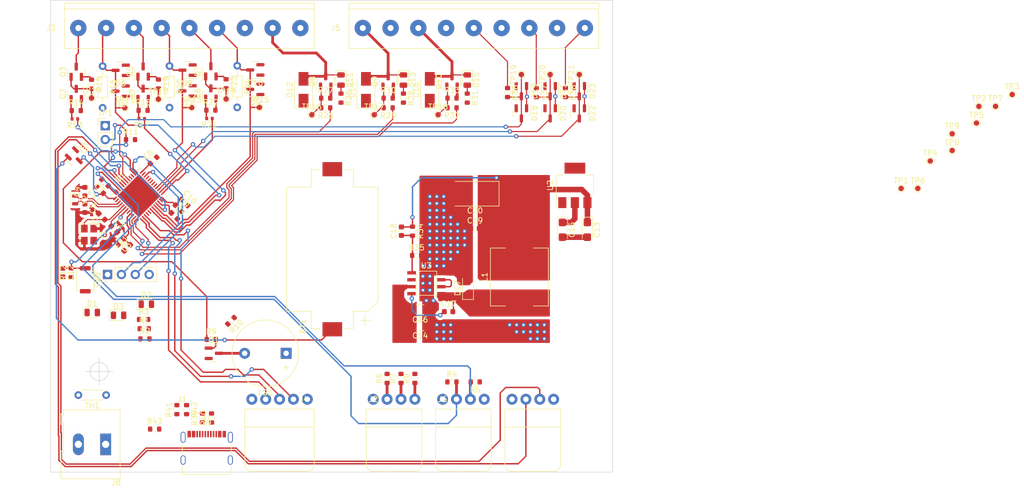
<source format=kicad_pcb>
(kicad_pcb (version 20211014) (generator pcbnew)

  (general
    (thickness 1.6)
  )

  (paper "A4")
  (title_block
    (title "FloatPUMP Basic Boards")
    (date "2022-11-22")
    (rev "1.0")
    (company "www.robtor.de")
  )

  (layers
    (0 "F.Cu" signal)
    (31 "B.Cu" signal)
    (32 "B.Adhes" user "B.Adhesive")
    (33 "F.Adhes" user "F.Adhesive")
    (34 "B.Paste" user)
    (35 "F.Paste" user)
    (36 "B.SilkS" user "B.Silkscreen")
    (37 "F.SilkS" user "F.Silkscreen")
    (38 "B.Mask" user)
    (39 "F.Mask" user)
    (40 "Dwgs.User" user "User.Drawings")
    (41 "Cmts.User" user "User.Comments")
    (42 "Eco1.User" user "User.Eco1")
    (43 "Eco2.User" user "User.Eco2")
    (44 "Edge.Cuts" user)
    (45 "Margin" user)
    (46 "B.CrtYd" user "B.Courtyard")
    (47 "F.CrtYd" user "F.Courtyard")
    (48 "B.Fab" user)
    (49 "F.Fab" user)
    (50 "User.1" user)
    (51 "User.2" user)
    (52 "User.3" user)
    (53 "User.4" user)
    (54 "User.5" user)
    (55 "User.6" user)
    (56 "User.7" user)
    (57 "User.8" user)
    (58 "User.9" user)
  )

  (setup
    (stackup
      (layer "F.SilkS" (type "Top Silk Screen"))
      (layer "F.Paste" (type "Top Solder Paste"))
      (layer "F.Mask" (type "Top Solder Mask") (thickness 0.01))
      (layer "F.Cu" (type "copper") (thickness 0.035))
      (layer "dielectric 1" (type "core") (thickness 1.51) (material "FR4") (epsilon_r 4.5) (loss_tangent 0.02))
      (layer "B.Cu" (type "copper") (thickness 0.035))
      (layer "B.Mask" (type "Bottom Solder Mask") (thickness 0.01))
      (layer "B.Paste" (type "Bottom Solder Paste"))
      (layer "B.SilkS" (type "Bottom Silk Screen"))
      (copper_finish "None")
      (dielectric_constraints no)
    )
    (pad_to_mask_clearance 0)
    (pcbplotparams
      (layerselection 0x00010fc_ffffffff)
      (disableapertmacros false)
      (usegerberextensions false)
      (usegerberattributes true)
      (usegerberadvancedattributes true)
      (creategerberjobfile true)
      (svguseinch false)
      (svgprecision 6)
      (excludeedgelayer true)
      (plotframeref false)
      (viasonmask false)
      (mode 1)
      (useauxorigin false)
      (hpglpennumber 1)
      (hpglpenspeed 20)
      (hpglpendiameter 15.000000)
      (dxfpolygonmode true)
      (dxfimperialunits true)
      (dxfusepcbnewfont true)
      (psnegative false)
      (psa4output false)
      (plotreference true)
      (plotvalue true)
      (plotinvisibletext false)
      (sketchpadsonfab false)
      (subtractmaskfromsilk false)
      (outputformat 1)
      (mirror false)
      (drillshape 1)
      (scaleselection 1)
      (outputdirectory "")
    )
  )

  (net 0 "")
  (net 1 "/cryst1+")
  (net 2 "GND")
  (net 3 "/cryst1-")
  (net 4 "Net-(C3-Pad1)")
  (net 5 "/cryst2+")
  (net 6 "/cryst2-")
  (net 7 "Net-(C6-Pad1)")
  (net 8 "+3V3")
  (net 9 "/VBAT")
  (net 10 "/NRST")
  (net 11 "Net-(D1-Pad1)")
  (net 12 "+3.3V")
  (net 13 "Net-(D2-Pad1)")
  (net 14 "Net-(D3-Pad1)")
  (net 15 "/VB")
  (net 16 "T11")
  (net 17 "T13")
  (net 18 "T15")
  (net 19 "T17")
  (net 20 "Net-(C17-Pad1)")
  (net 21 "+24V")
  (net 22 "T16")
  (net 23 "Net-(C17-Pad2)")
  (net 24 "T20")
  (net 25 "Net-(D11-Pad2)")
  (net 26 "/GPI0")
  (net 27 "/GPI1")
  (net 28 "/GPI2")
  (net 29 "/RRDT")
  (net 30 "/RRCLK")
  (net 31 "/RRSW")
  (net 32 "+5V")
  (net 33 "/I2C1_SDA")
  (net 34 "/I2C1_SCL")
  (net 35 "/USART1_TX")
  (net 36 "/USART1_RX")
  (net 37 "/SWDIO")
  (net 38 "/SWCLK")
  (net 39 "T22")
  (net 40 "Net-(J4-Pad2)")
  (net 41 "Net-(J4-Pad3)")
  (net 42 "Net-(J4-Pad4)")
  (net 43 "unconnected-(J9-PadA8)")
  (net 44 "unconnected-(J9-PadB8)")
  (net 45 "T10")
  (net 46 "T12")
  (net 47 "T14")
  (net 48 "/BOOT0")
  (net 49 "T24")
  (net 50 "T26")
  (net 51 "T28")
  (net 52 "T23")
  (net 53 "Net-(D13-Pad2)")
  (net 54 "Net-(LS1-Pad2)")
  (net 55 "Net-(Q2-Pad1)")
  (net 56 "Net-(Q2-Pad3)")
  (net 57 "Net-(D15-Pad2)")
  (net 58 "Net-(Q8-Pad1)")
  (net 59 "Net-(Q9-Pad1)")
  (net 60 "Net-(Q10-Pad1)")
  (net 61 "/LED0")
  (net 62 "/LED1")
  (net 63 "/LED2")
  (net 64 "/LED5")
  (net 65 "/LED4")
  (net 66 "/LED3")
  (net 67 "/BEEP")
  (net 68 "/MPWR0")
  (net 69 "/MPWR1")
  (net 70 "/MPWR2")
  (net 71 "/OCHAN0")
  (net 72 "/OCHAN1")
  (net 73 "/OCHAN2")
  (net 74 "/usb_conn/U_D-")
  (net 75 "/USB_FS_DM")
  (net 76 "/usb_conn/U_D+")
  (net 77 "/USB_FS_DP")
  (net 78 "/usb_conn/U_VBUS")
  (net 79 "/USB_FS_VBUS")
  (net 80 "/usb_conn/CC")
  (net 81 "Net-(Q1-Pad1)")
  (net 82 "Net-(Q4-Pad1)")
  (net 83 "Net-(Q4-Pad3)")
  (net 84 "Net-(Q6-Pad1)")
  (net 85 "Net-(Q6-Pad3)")
  (net 86 "Net-(C18-Pad1)")
  (net 87 "Net-(TP4-Pad1)")
  (net 88 "Net-(U3-Pad6)")
  (net 89 "Net-(J8-Pad2)")

  (footprint "Package_TO_SOT_SMD:SOT-23" (layer "F.Cu") (at 42.3395 89.49575 90))

  (footprint "Resistor_SMD:R_0603_1608Metric" (layer "F.Cu") (at 48.819451 110.461996 -45))

  (footprint "Resistor_SMD:R_0603_1608Metric" (layer "F.Cu") (at 49.911651 109.395196 -45))

  (footprint "TestPoint:TestPoint_Pad_D1.0mm" (layer "F.Cu") (at 57.531 90.4725))

  (footprint "Resistor_SMD:R_0603_1608Metric" (layer "F.Cu") (at 86.995 141.605 90))

  (footprint "Package_TO_SOT_SMD:SOT-23" (layer "F.Cu") (at 38.227 85.217 180))

  (footprint "Resistor_SMD:R_0603_1608Metric" (layer "F.Cu") (at 57.531 87.6785 -90))

  (footprint "TestPoint:TestPoint_Pad_D1.0mm" (layer "F.Cu") (at 84.648 93.343))

  (footprint "LED_SMD:LED_0805_2012Metric" (layer "F.Cu") (at 89.982 86.993 -90))

  (footprint "Capacitor_SMD:C_0603_1608Metric" (layer "F.Cu") (at 98.2472 129.3876))

  (footprint "Resistor_THT:R_Axial_DIN0204_L3.6mm_D1.6mm_P5.08mm_Horizontal" (layer "F.Cu") (at 35.56 144.653 180))

  (footprint "TestPoint:TestPoint_Pad_D1.0mm" (layer "F.Cu") (at 111.572 85.979 90))

  (footprint "Resistor_SMD:R_0603_1608Metric" (layer "F.Cu") (at 75.758 92.073 180))

  (footprint "Crystal:Crystal_SMD_2012-2Pin_2.0x1.2mm" (layer "F.Cu") (at 29.896451 108.937996 -90))

  (footprint "Resistor_SMD:R_0603_1608Metric" (layer "F.Cu") (at 42.672 134.366))

  (footprint "Diode_SMD:D_SOD-123F" (layer "F.Cu") (at 101.8032 124.9426 90))

  (footprint "Connector_USB:USB_C_Receptacle_Palconn_UTC16-G" (layer "F.Cu") (at 53.975 154.305))

  (footprint "Resistor_THT:R_Axial_DIN0204_L3.6mm_D1.6mm_P7.62mm_Horizontal" (layer "F.Cu") (at 34.925 84.455 -90))

  (footprint "Resistor_SMD:R_0603_1608Metric" (layer "F.Cu") (at 101.666 90.295 -90))

  (footprint "Resistor_SMD:R_0402_1005Metric" (layer "F.Cu") (at 54.483 94.0285 180))

  (footprint "TestPoint:TestPoint_Pad_D1.0mm" (layer "F.Cu") (at 63.627 91.9965))

  (footprint "custom_parts:CAMBLOCK CTB0509-9" (layer "F.Cu") (at 30.48 77.47))

  (footprint "Package_TO_SOT_SMD:SOT-23" (layer "F.Cu") (at 54.737 85.3925 90))

  (footprint "Resistor_SMD:R_0603_1608Metric" (layer "F.Cu") (at 91.6432 114.6556 -90))

  (footprint "Package_TO_SOT_SMD:SOT-23" (layer "F.Cu") (at 98.872 87.247 90))

  (footprint "Capacitor_SMD:C_0603_1608Metric" (layer "F.Cu") (at 38.278451 116.557996 -135))

  (footprint "Resistor_SMD:R_0603_1608Metric" (layer "F.Cu") (at 48.514 147.32 90))

  (footprint "custom_parts:2542R-04" (layer "F.Cu") (at 97.155 145.415))

  (footprint "Package_TO_SOT_SMD:SOT-23" (layer "F.Cu") (at 62.865 85.1385 180))

  (footprint "TestPoint:TestPoint_Pad_D1.0mm" (layer "F.Cu") (at 122.174 85.979 90))

  (footprint "Resistor_SMD:R_0603_1608Metric" (layer "F.Cu") (at 34.4424 107.1372 135))

  (footprint "TestPoint:TestPoint_Pad_D1.0mm" (layer "F.Cu") (at 45.1335 90.51175))

  (footprint "Resistor_SMD:R_0603_1608Metric" (layer "F.Cu") (at 75.758 90.295))

  (footprint "Resistor_SMD:R_0603_1608Metric" (layer "F.Cu") (at 35.357451 105.762996 135))

  (footprint "Package_TO_SOT_SMD:SOT-23" (layer "F.Cu") (at 116.84 93.091 -90))

  (footprint "custom_parts:MP9486A-SOIC-8" (layer "F.Cu") (at 94.1832 124.1806 -90))

  (footprint "Capacitor_Tantalum_SMD:CP_EIA-7343-31_Kemet-D" (layer "F.Cu") (at 103.0732 107.7976 180))

  (footprint "TestPoint:TestPoint_Pad_D1.0mm" (layer "F.Cu") (at 38.989 92.075))

  (footprint "custom_parts:L_MS1040-330M" (layer "F.Cu") (at 111.2012 123.0376 90))

  (footprint "Resistor_SMD:R_0603_1608Metric" (layer "F.Cu") (at 42.3395 92.54375))

  (footprint "Resistor_SMD:R_0603_1608Metric" (layer "F.Cu") (at 119.634 89.281 -90))

  (footprint "Capacitor_SMD:C_0603_1608Metric" (layer "F.Cu") (at 31.674451 110.461996 -90))

  (footprint "TestPoint:TestPoint_Pad_D1.0mm" (layer "F.Cu") (at 190.42 96.83))

  (footprint "Package_TO_SOT_SMD:SOT-23" (layer "F.Cu") (at 42.3395 85.43175 90))

  (footprint "Resistor_SMD:R_0603_1608Metric" (layer "F.Cu") (at 54.8132 134.4676))

  (footprint "Resistor_SMD:R_0603_1608Metric" (layer "F.Cu") (at 42.418 130.81))

  (footprint "TestPoint:TestPoint_Pad_D1.0mm" (layer "F.Cu") (at 73.218 93.343))

  (footprint "Package_TO_SOT_SMD:SOT-23" (layer "F.Cu") (at 62.865 88.6945 180))

  (footprint "Capacitor_SMD:C_0603_1608Metric" (layer "F.Cu") (at 37.048459 114.271996 -45))

  (footprint "Package_TO_SOT_SMD:SOT-23" (layer "F.Cu") (at 30.099 89.535 90))

  (footprint "Package_TO_SOT_SMD:SOT-223-3_TabPin2" (layer "F.Cu") (at 121.3612 106.2736 90))

  (footprint "Battery:BatteryHolder_Keystone_1060_1x2032" (layer "F.Cu") (at 76.962 117.9576 90))

  (footprint "TestPoint:TestPoint_Pad_D1.0mm" (layer "F.Cu") (at 198.36 91.81))

  (footprint "TestPoint:TestPoint_Pad_D1.0mm" (layer "F.Cu") (at 51.2295 92.03575))

  (footprint "TestPoint:TestPoint_Pad_D1.0mm" (layer "F.Cu") (at 195.31 91.81))

  (footprint "Capacitor_SMD:C_0603_1608Metric" (layer "F.Cu") (at 89.6112 114.6556 90))

  (footprint "LED_SMD:LED_0805_2012Metric" (layer "F.Cu") (at 33.02 129.54))

  (footprint "Package_TO_SOT_SMD:SOT-23" (layer "F.Cu") (at 50.4675 88.98775 180))

  (footprint "Resistor_SMD:R_0603_1608Metric" (layer "F.Cu") (at 30.099 92.583))

  (footprint "Buzzer_Beeper:Buzzer_12x9.5RM7.6" (layer "F.Cu") (at 68.5192 137.0076 180))

  (footprint "LED_SMD:LED_0805_2012Metric" (layer "F.Cu") (at 37.846 130.048))

  (footprint "Resistor_SMD:R_0603_1608Metric" (layer "F.Cu") (at 42.54 132.504))

  (footprint "Capacitor_SMD:C_0603_1608Metric" (layer "F.Cu") (at 34.762459 111.985996 135))

  (footprint "custom_parts:CAMBLOCK CTB0509-9" (layer "F.Cu") (at 82.55 77.47))

  (footprint "Capacitor_SMD:C_0603_1608Metric" (layer "F.Cu")
    (tedit 5F68FEEE) (tstamp 7769a785-d050-480a-83b6-7b89a714e6a6)
    (at 31.674451 107.413996 90)
    (descr "Capacitor SMD 0603 (1608 Metric), square (rectangular) end terminal, IPC_7351 nominal, (Body size source: IPC-SM-782 page 76, https://www.pcb-3d.com/wordpress/wp-content/uploads/ipc-sm-782a_amendment_1_and_2.pdf), generated with kicad-footprint-generator")
    (tags "capacitor")
    (property "JLCPCB" "C376790")
    (property "Sheetfile" "FloatPUMP.kicad_sch")
    (property "Sheetname" "")
    (path "/00000000-0000-0000-0000-0000636dd6bb")
    (attr smd)
    (fp_text reference "C4" (at 0 -1.43 90) (layer "F.SilkS")
      (effects (font (size 1 1) (thickness 0.15)))
      (tstamp 01b8bbc3-7d25-4e26-b40b-9913b355d81b)
    )
    (fp_text value "4.3pF" (at 0 1.43 90) (laye
... [393629 chars truncated]
</source>
